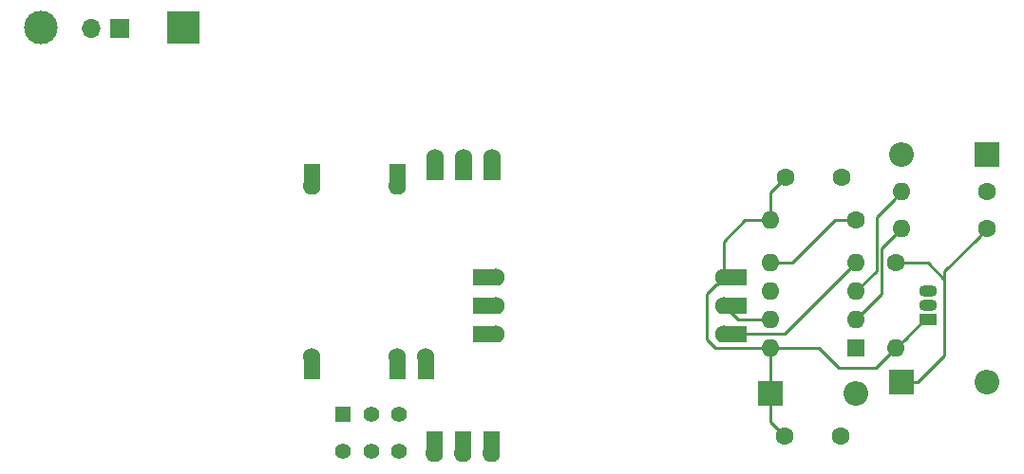
<source format=gbr>
%TF.GenerationSoftware,KiCad,Pcbnew,5.1.2*%
%TF.CreationDate,2019-07-27T12:22:43+10:00*%
%TF.ProjectId,bikePov,62696b65-506f-4762-9e6b-696361645f70,rev?*%
%TF.SameCoordinates,Original*%
%TF.FileFunction,Copper,L2,Bot*%
%TF.FilePolarity,Positive*%
%FSLAX46Y46*%
G04 Gerber Fmt 4.6, Leading zero omitted, Abs format (unit mm)*
G04 Created by KiCad (PCBNEW 5.1.2) date 2019-07-27 12:22:43*
%MOMM*%
%LPD*%
G04 APERTURE LIST*
%ADD10C,1.524000*%
%ADD11C,0.100000*%
%ADD12C,3.000000*%
%ADD13R,3.000000X3.000000*%
%ADD14R,1.700000X1.700000*%
%ADD15O,1.700000X1.700000*%
%ADD16C,1.600000*%
%ADD17R,2.200000X2.200000*%
%ADD18O,2.200000X2.200000*%
%ADD19O,1.600000X1.600000*%
%ADD20R,1.400000X1.400000*%
%ADD21C,1.400000*%
%ADD22R,1.600000X1.600000*%
%ADD23O,1.600000X1.100000*%
%ADD24R,1.600000X1.100000*%
%ADD25C,0.250000*%
G04 APERTURE END LIST*
D10*
X131572000Y-103632000D03*
D11*
G36*
X130818247Y-103520191D02*
G01*
X130832836Y-103446849D01*
X130854543Y-103375290D01*
X130883160Y-103306203D01*
X130918411Y-103240254D01*
X130959956Y-103178077D01*
X131007395Y-103120272D01*
X131060272Y-103067395D01*
X131118077Y-103019956D01*
X131180254Y-102978411D01*
X131246203Y-102943160D01*
X131315290Y-102914543D01*
X131386849Y-102892836D01*
X131460191Y-102878247D01*
X131534610Y-102870918D01*
X131609390Y-102870918D01*
X131683809Y-102878247D01*
X131757151Y-102892836D01*
X131828710Y-102914543D01*
X131897797Y-102943160D01*
X131963746Y-102978411D01*
X132025923Y-103019956D01*
X132083728Y-103067395D01*
X132136605Y-103120272D01*
X132184044Y-103178077D01*
X132225589Y-103240254D01*
X132260840Y-103306203D01*
X132289457Y-103375290D01*
X132311164Y-103446849D01*
X132325753Y-103520191D01*
X132333082Y-103594610D01*
X132333082Y-103669390D01*
X132325753Y-103743809D01*
X132322000Y-103762676D01*
X132322000Y-105632000D01*
X130822000Y-105632000D01*
X130822000Y-103762676D01*
X130818247Y-103743809D01*
X130810918Y-103669390D01*
X130810918Y-103594610D01*
X130818247Y-103520191D01*
X130818247Y-103520191D01*
G37*
D10*
X129032000Y-103632000D03*
D11*
G36*
X128278247Y-103520191D02*
G01*
X128292836Y-103446849D01*
X128314543Y-103375290D01*
X128343160Y-103306203D01*
X128378411Y-103240254D01*
X128419956Y-103178077D01*
X128467395Y-103120272D01*
X128520272Y-103067395D01*
X128578077Y-103019956D01*
X128640254Y-102978411D01*
X128706203Y-102943160D01*
X128775290Y-102914543D01*
X128846849Y-102892836D01*
X128920191Y-102878247D01*
X128994610Y-102870918D01*
X129069390Y-102870918D01*
X129143809Y-102878247D01*
X129217151Y-102892836D01*
X129288710Y-102914543D01*
X129357797Y-102943160D01*
X129423746Y-102978411D01*
X129485923Y-103019956D01*
X129543728Y-103067395D01*
X129596605Y-103120272D01*
X129644044Y-103178077D01*
X129685589Y-103240254D01*
X129720840Y-103306203D01*
X129749457Y-103375290D01*
X129771164Y-103446849D01*
X129785753Y-103520191D01*
X129793082Y-103594610D01*
X129793082Y-103669390D01*
X129785753Y-103743809D01*
X129782000Y-103762676D01*
X129782000Y-105632000D01*
X128282000Y-105632000D01*
X128282000Y-103762676D01*
X128278247Y-103743809D01*
X128270918Y-103669390D01*
X128270918Y-103594610D01*
X128278247Y-103520191D01*
X128278247Y-103520191D01*
G37*
D10*
X121412000Y-103632000D03*
D11*
G36*
X120658247Y-103520191D02*
G01*
X120672836Y-103446849D01*
X120694543Y-103375290D01*
X120723160Y-103306203D01*
X120758411Y-103240254D01*
X120799956Y-103178077D01*
X120847395Y-103120272D01*
X120900272Y-103067395D01*
X120958077Y-103019956D01*
X121020254Y-102978411D01*
X121086203Y-102943160D01*
X121155290Y-102914543D01*
X121226849Y-102892836D01*
X121300191Y-102878247D01*
X121374610Y-102870918D01*
X121449390Y-102870918D01*
X121523809Y-102878247D01*
X121597151Y-102892836D01*
X121668710Y-102914543D01*
X121737797Y-102943160D01*
X121803746Y-102978411D01*
X121865923Y-103019956D01*
X121923728Y-103067395D01*
X121976605Y-103120272D01*
X122024044Y-103178077D01*
X122065589Y-103240254D01*
X122100840Y-103306203D01*
X122129457Y-103375290D01*
X122151164Y-103446849D01*
X122165753Y-103520191D01*
X122173082Y-103594610D01*
X122173082Y-103669390D01*
X122165753Y-103743809D01*
X122162000Y-103762676D01*
X122162000Y-105632000D01*
X120662000Y-105632000D01*
X120662000Y-103762676D01*
X120658247Y-103743809D01*
X120650918Y-103669390D01*
X120650918Y-103594610D01*
X120658247Y-103520191D01*
X120658247Y-103520191D01*
G37*
D10*
X129032000Y-88392000D03*
D11*
G36*
X129785753Y-88503809D02*
G01*
X129771164Y-88577151D01*
X129749457Y-88648710D01*
X129720840Y-88717797D01*
X129685589Y-88783746D01*
X129644044Y-88845923D01*
X129596605Y-88903728D01*
X129543728Y-88956605D01*
X129485923Y-89004044D01*
X129423746Y-89045589D01*
X129357797Y-89080840D01*
X129288710Y-89109457D01*
X129217151Y-89131164D01*
X129143809Y-89145753D01*
X129069390Y-89153082D01*
X128994610Y-89153082D01*
X128920191Y-89145753D01*
X128846849Y-89131164D01*
X128775290Y-89109457D01*
X128706203Y-89080840D01*
X128640254Y-89045589D01*
X128578077Y-89004044D01*
X128520272Y-88956605D01*
X128467395Y-88903728D01*
X128419956Y-88845923D01*
X128378411Y-88783746D01*
X128343160Y-88717797D01*
X128314543Y-88648710D01*
X128292836Y-88577151D01*
X128278247Y-88503809D01*
X128270918Y-88429390D01*
X128270918Y-88354610D01*
X128278247Y-88280191D01*
X128282000Y-88261324D01*
X128282000Y-86392000D01*
X129782000Y-86392000D01*
X129782000Y-88261324D01*
X129785753Y-88280191D01*
X129793082Y-88354610D01*
X129793082Y-88429390D01*
X129785753Y-88503809D01*
X129785753Y-88503809D01*
G37*
D10*
X121412000Y-88392000D03*
D11*
G36*
X122165753Y-88503809D02*
G01*
X122151164Y-88577151D01*
X122129457Y-88648710D01*
X122100840Y-88717797D01*
X122065589Y-88783746D01*
X122024044Y-88845923D01*
X121976605Y-88903728D01*
X121923728Y-88956605D01*
X121865923Y-89004044D01*
X121803746Y-89045589D01*
X121737797Y-89080840D01*
X121668710Y-89109457D01*
X121597151Y-89131164D01*
X121523809Y-89145753D01*
X121449390Y-89153082D01*
X121374610Y-89153082D01*
X121300191Y-89145753D01*
X121226849Y-89131164D01*
X121155290Y-89109457D01*
X121086203Y-89080840D01*
X121020254Y-89045589D01*
X120958077Y-89004044D01*
X120900272Y-88956605D01*
X120847395Y-88903728D01*
X120799956Y-88845923D01*
X120758411Y-88783746D01*
X120723160Y-88717797D01*
X120694543Y-88648710D01*
X120672836Y-88577151D01*
X120658247Y-88503809D01*
X120650918Y-88429390D01*
X120650918Y-88354610D01*
X120658247Y-88280191D01*
X120662000Y-88261324D01*
X120662000Y-86392000D01*
X122162000Y-86392000D01*
X122162000Y-88261324D01*
X122165753Y-88280191D01*
X122173082Y-88354610D01*
X122173082Y-88429390D01*
X122165753Y-88503809D01*
X122165753Y-88503809D01*
G37*
D10*
X137795000Y-101600000D03*
D11*
G36*
X137683191Y-102353753D02*
G01*
X137664324Y-102350000D01*
X135795000Y-102350000D01*
X135795000Y-100850000D01*
X137664324Y-100850000D01*
X137683191Y-100846247D01*
X137757610Y-100838918D01*
X137832390Y-100838918D01*
X137906809Y-100846247D01*
X137980151Y-100860836D01*
X138051710Y-100882543D01*
X138120797Y-100911160D01*
X138186746Y-100946411D01*
X138248923Y-100987956D01*
X138306728Y-101035395D01*
X138359605Y-101088272D01*
X138407044Y-101146077D01*
X138448589Y-101208254D01*
X138483840Y-101274203D01*
X138512457Y-101343290D01*
X138534164Y-101414849D01*
X138548753Y-101488191D01*
X138556082Y-101562610D01*
X138556082Y-101637390D01*
X138548753Y-101711809D01*
X138534164Y-101785151D01*
X138512457Y-101856710D01*
X138483840Y-101925797D01*
X138448589Y-101991746D01*
X138407044Y-102053923D01*
X138359605Y-102111728D01*
X138306728Y-102164605D01*
X138248923Y-102212044D01*
X138186746Y-102253589D01*
X138120797Y-102288840D01*
X138051710Y-102317457D01*
X137980151Y-102339164D01*
X137906809Y-102353753D01*
X137832390Y-102361082D01*
X137757610Y-102361082D01*
X137683191Y-102353753D01*
X137683191Y-102353753D01*
G37*
D10*
X137795000Y-99060000D03*
D11*
G36*
X137683191Y-99813753D02*
G01*
X137664324Y-99810000D01*
X135795000Y-99810000D01*
X135795000Y-98310000D01*
X137664324Y-98310000D01*
X137683191Y-98306247D01*
X137757610Y-98298918D01*
X137832390Y-98298918D01*
X137906809Y-98306247D01*
X137980151Y-98320836D01*
X138051710Y-98342543D01*
X138120797Y-98371160D01*
X138186746Y-98406411D01*
X138248923Y-98447956D01*
X138306728Y-98495395D01*
X138359605Y-98548272D01*
X138407044Y-98606077D01*
X138448589Y-98668254D01*
X138483840Y-98734203D01*
X138512457Y-98803290D01*
X138534164Y-98874849D01*
X138548753Y-98948191D01*
X138556082Y-99022610D01*
X138556082Y-99097390D01*
X138548753Y-99171809D01*
X138534164Y-99245151D01*
X138512457Y-99316710D01*
X138483840Y-99385797D01*
X138448589Y-99451746D01*
X138407044Y-99513923D01*
X138359605Y-99571728D01*
X138306728Y-99624605D01*
X138248923Y-99672044D01*
X138186746Y-99713589D01*
X138120797Y-99748840D01*
X138051710Y-99777457D01*
X137980151Y-99799164D01*
X137906809Y-99813753D01*
X137832390Y-99821082D01*
X137757610Y-99821082D01*
X137683191Y-99813753D01*
X137683191Y-99813753D01*
G37*
D10*
X137795000Y-96520000D03*
D11*
G36*
X137683191Y-97273753D02*
G01*
X137664324Y-97270000D01*
X135795000Y-97270000D01*
X135795000Y-95770000D01*
X137664324Y-95770000D01*
X137683191Y-95766247D01*
X137757610Y-95758918D01*
X137832390Y-95758918D01*
X137906809Y-95766247D01*
X137980151Y-95780836D01*
X138051710Y-95802543D01*
X138120797Y-95831160D01*
X138186746Y-95866411D01*
X138248923Y-95907956D01*
X138306728Y-95955395D01*
X138359605Y-96008272D01*
X138407044Y-96066077D01*
X138448589Y-96128254D01*
X138483840Y-96194203D01*
X138512457Y-96263290D01*
X138534164Y-96334849D01*
X138548753Y-96408191D01*
X138556082Y-96482610D01*
X138556082Y-96557390D01*
X138548753Y-96631809D01*
X138534164Y-96705151D01*
X138512457Y-96776710D01*
X138483840Y-96845797D01*
X138448589Y-96911746D01*
X138407044Y-96973923D01*
X138359605Y-97031728D01*
X138306728Y-97084605D01*
X138248923Y-97132044D01*
X138186746Y-97173589D01*
X138120797Y-97208840D01*
X138051710Y-97237457D01*
X137980151Y-97259164D01*
X137906809Y-97273753D01*
X137832390Y-97281082D01*
X137757610Y-97281082D01*
X137683191Y-97273753D01*
X137683191Y-97273753D01*
G37*
D12*
X97282000Y-74231500D03*
D13*
X109982000Y-74231500D03*
D14*
X104267000Y-74295000D03*
D15*
X101727000Y-74295000D03*
D16*
X168656000Y-87630000D03*
X163656000Y-87630000D03*
X168576000Y-110744000D03*
X163576000Y-110744000D03*
D17*
X181610000Y-85598000D03*
D18*
X173990000Y-85598000D03*
X181610000Y-105918000D03*
D17*
X173990000Y-105918000D03*
D10*
X158115000Y-101600000D03*
D11*
G36*
X158226809Y-100846247D02*
G01*
X158245676Y-100850000D01*
X160115000Y-100850000D01*
X160115000Y-102350000D01*
X158245676Y-102350000D01*
X158226809Y-102353753D01*
X158152390Y-102361082D01*
X158077610Y-102361082D01*
X158003191Y-102353753D01*
X157929849Y-102339164D01*
X157858290Y-102317457D01*
X157789203Y-102288840D01*
X157723254Y-102253589D01*
X157661077Y-102212044D01*
X157603272Y-102164605D01*
X157550395Y-102111728D01*
X157502956Y-102053923D01*
X157461411Y-101991746D01*
X157426160Y-101925797D01*
X157397543Y-101856710D01*
X157375836Y-101785151D01*
X157361247Y-101711809D01*
X157353918Y-101637390D01*
X157353918Y-101562610D01*
X157361247Y-101488191D01*
X157375836Y-101414849D01*
X157397543Y-101343290D01*
X157426160Y-101274203D01*
X157461411Y-101208254D01*
X157502956Y-101146077D01*
X157550395Y-101088272D01*
X157603272Y-101035395D01*
X157661077Y-100987956D01*
X157723254Y-100946411D01*
X157789203Y-100911160D01*
X157858290Y-100882543D01*
X157929849Y-100860836D01*
X158003191Y-100846247D01*
X158077610Y-100838918D01*
X158152390Y-100838918D01*
X158226809Y-100846247D01*
X158226809Y-100846247D01*
G37*
D10*
X158115000Y-99060000D03*
D11*
G36*
X158226809Y-98306247D02*
G01*
X158245676Y-98310000D01*
X160115000Y-98310000D01*
X160115000Y-99810000D01*
X158245676Y-99810000D01*
X158226809Y-99813753D01*
X158152390Y-99821082D01*
X158077610Y-99821082D01*
X158003191Y-99813753D01*
X157929849Y-99799164D01*
X157858290Y-99777457D01*
X157789203Y-99748840D01*
X157723254Y-99713589D01*
X157661077Y-99672044D01*
X157603272Y-99624605D01*
X157550395Y-99571728D01*
X157502956Y-99513923D01*
X157461411Y-99451746D01*
X157426160Y-99385797D01*
X157397543Y-99316710D01*
X157375836Y-99245151D01*
X157361247Y-99171809D01*
X157353918Y-99097390D01*
X157353918Y-99022610D01*
X157361247Y-98948191D01*
X157375836Y-98874849D01*
X157397543Y-98803290D01*
X157426160Y-98734203D01*
X157461411Y-98668254D01*
X157502956Y-98606077D01*
X157550395Y-98548272D01*
X157603272Y-98495395D01*
X157661077Y-98447956D01*
X157723254Y-98406411D01*
X157789203Y-98371160D01*
X157858290Y-98342543D01*
X157929849Y-98320836D01*
X158003191Y-98306247D01*
X158077610Y-98298918D01*
X158152390Y-98298918D01*
X158226809Y-98306247D01*
X158226809Y-98306247D01*
G37*
D10*
X158115000Y-96520000D03*
D11*
G36*
X158226809Y-95766247D02*
G01*
X158245676Y-95770000D01*
X160115000Y-95770000D01*
X160115000Y-97270000D01*
X158245676Y-97270000D01*
X158226809Y-97273753D01*
X158152390Y-97281082D01*
X158077610Y-97281082D01*
X158003191Y-97273753D01*
X157929849Y-97259164D01*
X157858290Y-97237457D01*
X157789203Y-97208840D01*
X157723254Y-97173589D01*
X157661077Y-97132044D01*
X157603272Y-97084605D01*
X157550395Y-97031728D01*
X157502956Y-96973923D01*
X157461411Y-96911746D01*
X157426160Y-96845797D01*
X157397543Y-96776710D01*
X157375836Y-96705151D01*
X157361247Y-96631809D01*
X157353918Y-96557390D01*
X157353918Y-96482610D01*
X157361247Y-96408191D01*
X157375836Y-96334849D01*
X157397543Y-96263290D01*
X157426160Y-96194203D01*
X157461411Y-96128254D01*
X157502956Y-96066077D01*
X157550395Y-96008272D01*
X157603272Y-95955395D01*
X157661077Y-95907956D01*
X157723254Y-95866411D01*
X157789203Y-95831160D01*
X157858290Y-95802543D01*
X157929849Y-95780836D01*
X158003191Y-95766247D01*
X158077610Y-95758918D01*
X158152390Y-95758918D01*
X158226809Y-95766247D01*
X158226809Y-95766247D01*
G37*
D16*
X181610000Y-88900000D03*
D19*
X173990000Y-88900000D03*
X173990000Y-92202000D03*
D16*
X181610000Y-92202000D03*
D19*
X173482000Y-102870000D03*
D16*
X173482000Y-95250000D03*
D19*
X162306000Y-91440000D03*
D16*
X169926000Y-91440000D03*
D20*
X124206000Y-108775500D03*
D21*
X126706000Y-108775500D03*
X129206000Y-108775500D03*
X124206000Y-112075500D03*
X126706000Y-112075500D03*
X129206000Y-112075500D03*
D22*
X169926000Y-102870000D03*
D19*
X162306000Y-95250000D03*
X169926000Y-100330000D03*
X162306000Y-97790000D03*
X169926000Y-97790000D03*
X162306000Y-100330000D03*
X169926000Y-95250000D03*
X162306000Y-102870000D03*
D23*
X176339500Y-97790000D03*
X176339500Y-99060000D03*
D24*
X176339500Y-100330000D03*
D10*
X132397500Y-85852000D03*
D11*
G36*
X133151253Y-85963809D02*
G01*
X133147500Y-85982676D01*
X133147500Y-87852000D01*
X131647500Y-87852000D01*
X131647500Y-85982676D01*
X131643747Y-85963809D01*
X131636418Y-85889390D01*
X131636418Y-85814610D01*
X131643747Y-85740191D01*
X131658336Y-85666849D01*
X131680043Y-85595290D01*
X131708660Y-85526203D01*
X131743911Y-85460254D01*
X131785456Y-85398077D01*
X131832895Y-85340272D01*
X131885772Y-85287395D01*
X131943577Y-85239956D01*
X132005754Y-85198411D01*
X132071703Y-85163160D01*
X132140790Y-85134543D01*
X132212349Y-85112836D01*
X132285691Y-85098247D01*
X132360110Y-85090918D01*
X132434890Y-85090918D01*
X132509309Y-85098247D01*
X132582651Y-85112836D01*
X132654210Y-85134543D01*
X132723297Y-85163160D01*
X132789246Y-85198411D01*
X132851423Y-85239956D01*
X132909228Y-85287395D01*
X132962105Y-85340272D01*
X133009544Y-85398077D01*
X133051089Y-85460254D01*
X133086340Y-85526203D01*
X133114957Y-85595290D01*
X133136664Y-85666849D01*
X133151253Y-85740191D01*
X133158582Y-85814610D01*
X133158582Y-85889390D01*
X133151253Y-85963809D01*
X133151253Y-85963809D01*
G37*
D10*
X134937500Y-85852000D03*
D11*
G36*
X135691253Y-85963809D02*
G01*
X135687500Y-85982676D01*
X135687500Y-87852000D01*
X134187500Y-87852000D01*
X134187500Y-85982676D01*
X134183747Y-85963809D01*
X134176418Y-85889390D01*
X134176418Y-85814610D01*
X134183747Y-85740191D01*
X134198336Y-85666849D01*
X134220043Y-85595290D01*
X134248660Y-85526203D01*
X134283911Y-85460254D01*
X134325456Y-85398077D01*
X134372895Y-85340272D01*
X134425772Y-85287395D01*
X134483577Y-85239956D01*
X134545754Y-85198411D01*
X134611703Y-85163160D01*
X134680790Y-85134543D01*
X134752349Y-85112836D01*
X134825691Y-85098247D01*
X134900110Y-85090918D01*
X134974890Y-85090918D01*
X135049309Y-85098247D01*
X135122651Y-85112836D01*
X135194210Y-85134543D01*
X135263297Y-85163160D01*
X135329246Y-85198411D01*
X135391423Y-85239956D01*
X135449228Y-85287395D01*
X135502105Y-85340272D01*
X135549544Y-85398077D01*
X135591089Y-85460254D01*
X135626340Y-85526203D01*
X135654957Y-85595290D01*
X135676664Y-85666849D01*
X135691253Y-85740191D01*
X135698582Y-85814610D01*
X135698582Y-85889390D01*
X135691253Y-85963809D01*
X135691253Y-85963809D01*
G37*
D10*
X137477500Y-85852000D03*
D11*
G36*
X138231253Y-85963809D02*
G01*
X138227500Y-85982676D01*
X138227500Y-87852000D01*
X136727500Y-87852000D01*
X136727500Y-85982676D01*
X136723747Y-85963809D01*
X136716418Y-85889390D01*
X136716418Y-85814610D01*
X136723747Y-85740191D01*
X136738336Y-85666849D01*
X136760043Y-85595290D01*
X136788660Y-85526203D01*
X136823911Y-85460254D01*
X136865456Y-85398077D01*
X136912895Y-85340272D01*
X136965772Y-85287395D01*
X137023577Y-85239956D01*
X137085754Y-85198411D01*
X137151703Y-85163160D01*
X137220790Y-85134543D01*
X137292349Y-85112836D01*
X137365691Y-85098247D01*
X137440110Y-85090918D01*
X137514890Y-85090918D01*
X137589309Y-85098247D01*
X137662651Y-85112836D01*
X137734210Y-85134543D01*
X137803297Y-85163160D01*
X137869246Y-85198411D01*
X137931423Y-85239956D01*
X137989228Y-85287395D01*
X138042105Y-85340272D01*
X138089544Y-85398077D01*
X138131089Y-85460254D01*
X138166340Y-85526203D01*
X138194957Y-85595290D01*
X138216664Y-85666849D01*
X138231253Y-85740191D01*
X138238582Y-85814610D01*
X138238582Y-85889390D01*
X138231253Y-85963809D01*
X138231253Y-85963809D01*
G37*
D10*
X132334000Y-112268000D03*
D11*
G36*
X131580247Y-112156191D02*
G01*
X131584000Y-112137324D01*
X131584000Y-110268000D01*
X133084000Y-110268000D01*
X133084000Y-112137324D01*
X133087753Y-112156191D01*
X133095082Y-112230610D01*
X133095082Y-112305390D01*
X133087753Y-112379809D01*
X133073164Y-112453151D01*
X133051457Y-112524710D01*
X133022840Y-112593797D01*
X132987589Y-112659746D01*
X132946044Y-112721923D01*
X132898605Y-112779728D01*
X132845728Y-112832605D01*
X132787923Y-112880044D01*
X132725746Y-112921589D01*
X132659797Y-112956840D01*
X132590710Y-112985457D01*
X132519151Y-113007164D01*
X132445809Y-113021753D01*
X132371390Y-113029082D01*
X132296610Y-113029082D01*
X132222191Y-113021753D01*
X132148849Y-113007164D01*
X132077290Y-112985457D01*
X132008203Y-112956840D01*
X131942254Y-112921589D01*
X131880077Y-112880044D01*
X131822272Y-112832605D01*
X131769395Y-112779728D01*
X131721956Y-112721923D01*
X131680411Y-112659746D01*
X131645160Y-112593797D01*
X131616543Y-112524710D01*
X131594836Y-112453151D01*
X131580247Y-112379809D01*
X131572918Y-112305390D01*
X131572918Y-112230610D01*
X131580247Y-112156191D01*
X131580247Y-112156191D01*
G37*
D10*
X134874000Y-112268000D03*
D11*
G36*
X134120247Y-112156191D02*
G01*
X134124000Y-112137324D01*
X134124000Y-110268000D01*
X135624000Y-110268000D01*
X135624000Y-112137324D01*
X135627753Y-112156191D01*
X135635082Y-112230610D01*
X135635082Y-112305390D01*
X135627753Y-112379809D01*
X135613164Y-112453151D01*
X135591457Y-112524710D01*
X135562840Y-112593797D01*
X135527589Y-112659746D01*
X135486044Y-112721923D01*
X135438605Y-112779728D01*
X135385728Y-112832605D01*
X135327923Y-112880044D01*
X135265746Y-112921589D01*
X135199797Y-112956840D01*
X135130710Y-112985457D01*
X135059151Y-113007164D01*
X134985809Y-113021753D01*
X134911390Y-113029082D01*
X134836610Y-113029082D01*
X134762191Y-113021753D01*
X134688849Y-113007164D01*
X134617290Y-112985457D01*
X134548203Y-112956840D01*
X134482254Y-112921589D01*
X134420077Y-112880044D01*
X134362272Y-112832605D01*
X134309395Y-112779728D01*
X134261956Y-112721923D01*
X134220411Y-112659746D01*
X134185160Y-112593797D01*
X134156543Y-112524710D01*
X134134836Y-112453151D01*
X134120247Y-112379809D01*
X134112918Y-112305390D01*
X134112918Y-112230610D01*
X134120247Y-112156191D01*
X134120247Y-112156191D01*
G37*
D10*
X137414000Y-112268000D03*
D11*
G36*
X136660247Y-112156191D02*
G01*
X136664000Y-112137324D01*
X136664000Y-110268000D01*
X138164000Y-110268000D01*
X138164000Y-112137324D01*
X138167753Y-112156191D01*
X138175082Y-112230610D01*
X138175082Y-112305390D01*
X138167753Y-112379809D01*
X138153164Y-112453151D01*
X138131457Y-112524710D01*
X138102840Y-112593797D01*
X138067589Y-112659746D01*
X138026044Y-112721923D01*
X137978605Y-112779728D01*
X137925728Y-112832605D01*
X137867923Y-112880044D01*
X137805746Y-112921589D01*
X137739797Y-112956840D01*
X137670710Y-112985457D01*
X137599151Y-113007164D01*
X137525809Y-113021753D01*
X137451390Y-113029082D01*
X137376610Y-113029082D01*
X137302191Y-113021753D01*
X137228849Y-113007164D01*
X137157290Y-112985457D01*
X137088203Y-112956840D01*
X137022254Y-112921589D01*
X136960077Y-112880044D01*
X136902272Y-112832605D01*
X136849395Y-112779728D01*
X136801956Y-112721923D01*
X136760411Y-112659746D01*
X136725160Y-112593797D01*
X136696543Y-112524710D01*
X136674836Y-112453151D01*
X136660247Y-112379809D01*
X136652918Y-112305390D01*
X136652918Y-112230610D01*
X136660247Y-112156191D01*
X136660247Y-112156191D01*
G37*
D17*
X162306000Y-106934000D03*
D18*
X169926000Y-106934000D03*
D25*
X163576000Y-101600000D02*
X169926000Y-95250000D01*
X158115000Y-101600000D02*
X163576000Y-101600000D01*
X160020000Y-91440000D02*
X162306000Y-91440000D01*
X158115000Y-93345000D02*
X160020000Y-91440000D01*
X158115000Y-96520000D02*
X158115000Y-93345000D01*
X162306000Y-88980000D02*
X163656000Y-87630000D01*
X162306000Y-91440000D02*
X162306000Y-88980000D01*
X157508069Y-97126931D02*
X157444569Y-97126931D01*
X158115000Y-96520000D02*
X157508069Y-97126931D01*
X157444569Y-97126931D02*
X156591000Y-97980500D01*
X156591000Y-97980500D02*
X156591000Y-102108000D01*
X157353000Y-102870000D02*
X162306000Y-102870000D01*
X156591000Y-102108000D02*
X157353000Y-102870000D01*
X162306000Y-104001370D02*
X162306000Y-106934000D01*
X162306000Y-102870000D02*
X162306000Y-104001370D01*
X162306000Y-109474000D02*
X163576000Y-110744000D01*
X162306000Y-106934000D02*
X162306000Y-109474000D01*
X166560500Y-102870000D02*
X162306000Y-102870000D01*
X168338500Y-104648000D02*
X166560500Y-102870000D01*
X171704000Y-104648000D02*
X168338500Y-104648000D01*
X173482000Y-102870000D02*
X171704000Y-104648000D01*
X174281999Y-102070001D02*
X173482000Y-102870000D01*
X176022000Y-100330000D02*
X174281999Y-102070001D01*
X176339500Y-100330000D02*
X176022000Y-100330000D01*
X173482000Y-95250000D02*
X176339500Y-95250000D01*
X176339500Y-95250000D02*
X177800000Y-96710500D01*
X177800000Y-96710500D02*
X177800000Y-103505000D01*
X175387000Y-105918000D02*
X173990000Y-105918000D01*
X177800000Y-103505000D02*
X175387000Y-105918000D01*
X180810001Y-93001999D02*
X181610000Y-92202000D01*
X177800000Y-96012000D02*
X180810001Y-93001999D01*
X177800000Y-96710500D02*
X177800000Y-96012000D01*
X159385000Y-100330000D02*
X162306000Y-100330000D01*
X158115000Y-99060000D02*
X159385000Y-100330000D01*
X171761990Y-95954010D02*
X171761990Y-91128010D01*
X173190001Y-89699999D02*
X173990000Y-88900000D01*
X171761990Y-91128010D02*
X173190001Y-89699999D01*
X169926000Y-97790000D02*
X171761990Y-95954010D01*
X173990000Y-92202000D02*
X172212000Y-93980000D01*
X172212000Y-98044000D02*
X169926000Y-100330000D01*
X172212000Y-93980000D02*
X172212000Y-98044000D01*
X162306000Y-95250000D02*
X164211000Y-95250000D01*
X168021000Y-91440000D02*
X169926000Y-91440000D01*
X164211000Y-95250000D02*
X168021000Y-91440000D01*
M02*

</source>
